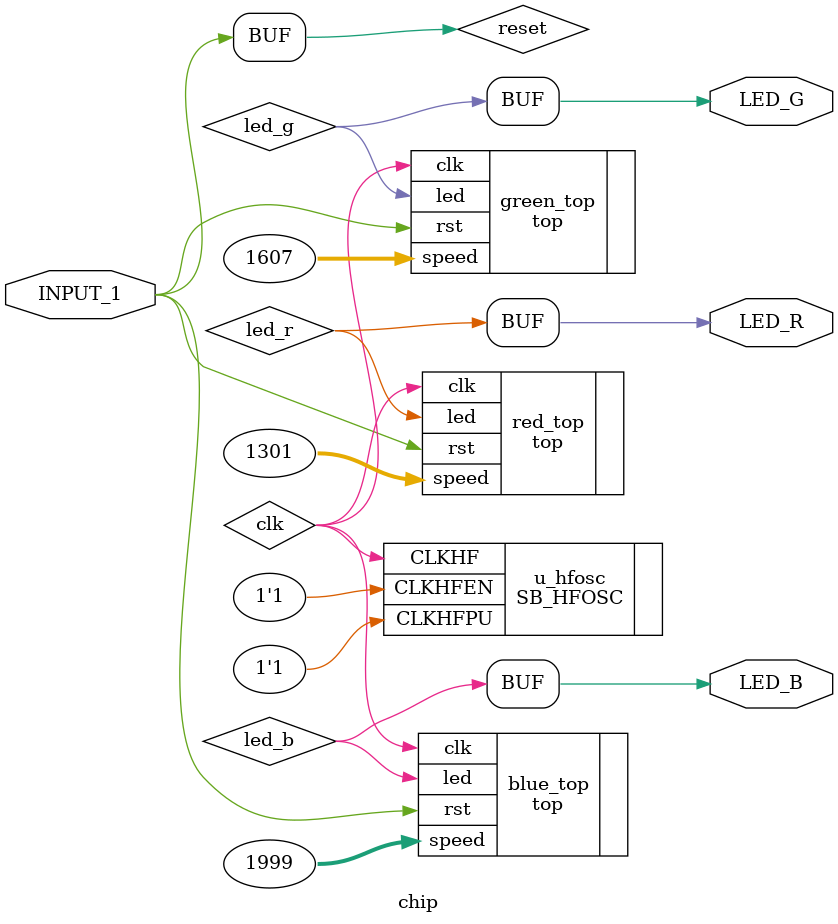
<source format=v>

module chip (
	output	LED_R,
	output	LED_G,
	output	LED_B,
  input   INPUT_1
	);

	wire clk, led_r, led_g, led_b, reset;

	SB_HFOSC u_hfosc (
        	.CLKHFPU(1'b1),
        	.CLKHFEN(1'b1),
        	.CLKHF(clk)
    	);

  // RED
	top red_top (
		.clk(clk),
		.rst(reset),
    .speed(1301),
    		.led(led_r),
	);

  // GREEN
	top green_top (
		.clk(clk),
		.rst(reset),
    .speed(1607),
    		.led(led_g),
	);

  // BLUE
	top blue_top (
		.clk(clk),
		.rst(reset),
    .speed(1999),
    		.led(led_b),
	);

	assign LED_R = led_r;
	assign LED_G = led_g;
	assign LED_B = led_b;

  assign reset = INPUT_1;

endmodule

</source>
